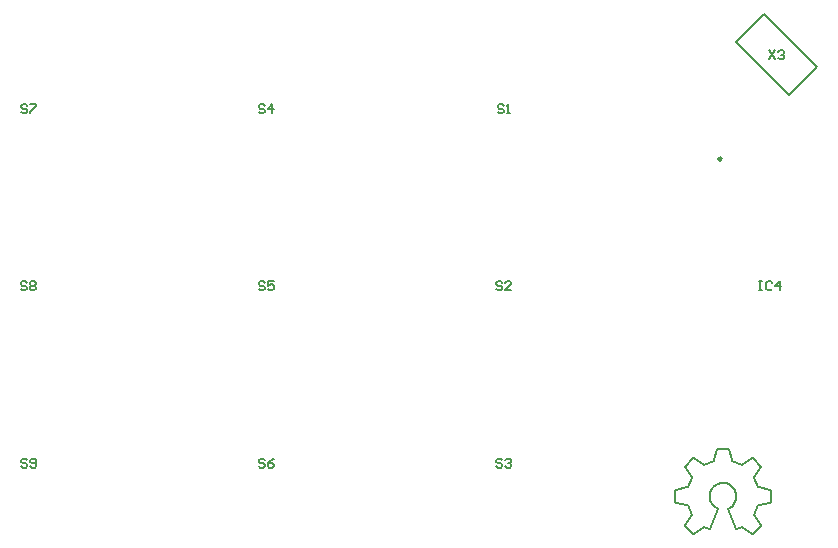
<source format=gto>
G04*
G04 #@! TF.GenerationSoftware,Altium Limited,Altium Designer,19.1.9 (167)*
G04*
G04 Layer_Color=65535*
%FSLAX25Y25*%
%MOIN*%
G70*
G01*
G75*
%ADD10C,0.00600*%
%ADD11C,0.00631*%
%ADD12C,0.00787*%
D10*
X284200Y132800D02*
X283500Y133500D01*
X282800Y132800D01*
X283500Y132100D01*
X284200Y132800D01*
X299900Y169199D02*
X301899Y166200D01*
Y169199D02*
X299900Y166200D01*
X302899Y168699D02*
X303399Y169199D01*
X304398D01*
X304898Y168699D01*
Y168199D01*
X304398Y167700D01*
X303899D01*
X304398D01*
X304898Y167200D01*
Y166700D01*
X304398Y166200D01*
X303399D01*
X302899Y166700D01*
X296400Y92099D02*
X297400D01*
X296900D01*
Y89100D01*
X296400D01*
X297400D01*
X300899Y91599D02*
X300399Y92099D01*
X299399D01*
X298899Y91599D01*
Y89600D01*
X299399Y89100D01*
X300399D01*
X300899Y89600D01*
X303398Y89100D02*
Y92099D01*
X301898Y90600D01*
X303898D01*
X211399Y150599D02*
X210899Y151099D01*
X209900D01*
X209400Y150599D01*
Y150099D01*
X209900Y149600D01*
X210899D01*
X211399Y149100D01*
Y148600D01*
X210899Y148100D01*
X209900D01*
X209400Y148600D01*
X212399Y148100D02*
X213399D01*
X212899D01*
Y151099D01*
X212399Y150599D01*
X210899Y91599D02*
X210400Y92099D01*
X209400D01*
X208900Y91599D01*
Y91099D01*
X209400Y90600D01*
X210400D01*
X210899Y90100D01*
Y89600D01*
X210400Y89100D01*
X209400D01*
X208900Y89600D01*
X213898Y89100D02*
X211899D01*
X213898Y91099D01*
Y91599D01*
X213399Y92099D01*
X212399D01*
X211899Y91599D01*
X210899Y32499D02*
X210400Y32999D01*
X209400D01*
X208900Y32499D01*
Y31999D01*
X209400Y31499D01*
X210400D01*
X210899Y31000D01*
Y30500D01*
X210400Y30000D01*
X209400D01*
X208900Y30500D01*
X211899Y32499D02*
X212399Y32999D01*
X213399D01*
X213898Y32499D01*
Y31999D01*
X213399Y31499D01*
X212899D01*
X213399D01*
X213898Y31000D01*
Y30500D01*
X213399Y30000D01*
X212399D01*
X211899Y30500D01*
X131799Y150599D02*
X131299Y151099D01*
X130300D01*
X129800Y150599D01*
Y150099D01*
X130300Y149600D01*
X131299D01*
X131799Y149100D01*
Y148600D01*
X131299Y148100D01*
X130300D01*
X129800Y148600D01*
X134299Y148100D02*
Y151099D01*
X132799Y149600D01*
X134798D01*
X131799Y91599D02*
X131299Y92099D01*
X130300D01*
X129800Y91599D01*
Y91099D01*
X130300Y90600D01*
X131299D01*
X131799Y90100D01*
Y89600D01*
X131299Y89100D01*
X130300D01*
X129800Y89600D01*
X134798Y92099D02*
X132799D01*
Y90600D01*
X133799Y91099D01*
X134299D01*
X134798Y90600D01*
Y89600D01*
X134299Y89100D01*
X133299D01*
X132799Y89600D01*
X131799Y32499D02*
X131299Y32999D01*
X130300D01*
X129800Y32499D01*
Y31999D01*
X130300Y31499D01*
X131299D01*
X131799Y31000D01*
Y30500D01*
X131299Y30000D01*
X130300D01*
X129800Y30500D01*
X134798Y32999D02*
X133799Y32499D01*
X132799Y31499D01*
Y30500D01*
X133299Y30000D01*
X134299D01*
X134798Y30500D01*
Y31000D01*
X134299Y31499D01*
X132799D01*
X52599Y150599D02*
X52100Y151099D01*
X51100D01*
X50600Y150599D01*
Y150099D01*
X51100Y149600D01*
X52100D01*
X52599Y149100D01*
Y148600D01*
X52100Y148100D01*
X51100D01*
X50600Y148600D01*
X53599Y151099D02*
X55598D01*
Y150599D01*
X53599Y148600D01*
Y148100D01*
X52499Y91599D02*
X51999Y92099D01*
X51000D01*
X50500Y91599D01*
Y91099D01*
X51000Y90600D01*
X51999D01*
X52499Y90100D01*
Y89600D01*
X51999Y89100D01*
X51000D01*
X50500Y89600D01*
X53499Y91599D02*
X53999Y92099D01*
X54999D01*
X55498Y91599D01*
Y91099D01*
X54999Y90600D01*
X55498Y90100D01*
Y89600D01*
X54999Y89100D01*
X53999D01*
X53499Y89600D01*
Y90100D01*
X53999Y90600D01*
X53499Y91099D01*
Y91599D01*
X53999Y90600D02*
X54999D01*
X52599Y32499D02*
X52100Y32999D01*
X51100D01*
X50600Y32499D01*
Y31999D01*
X51100Y31499D01*
X52100D01*
X52599Y31000D01*
Y30500D01*
X52100Y30000D01*
X51100D01*
X50600Y30500D01*
X53599D02*
X54099Y30000D01*
X55099D01*
X55598Y30500D01*
Y32499D01*
X55099Y32999D01*
X54099D01*
X53599Y32499D01*
Y31999D01*
X54099Y31499D01*
X55598D01*
D11*
X271922Y10905D02*
X271936Y10657D01*
X271922Y10905D02*
X271936Y10657D01*
X271936D02*
X271947Y10645D01*
X271936Y10657D02*
X271947Y10645D01*
X274936Y7868D02*
X274950Y7877D01*
X274936Y7868D02*
X274950Y7877D01*
X274691Y7902D02*
X274936Y7868D01*
X274691Y7902D02*
X274936Y7868D01*
X268820Y18358D02*
X268837Y18354D01*
X268820Y18358D02*
X268837Y18354D01*
X274095Y14116D02*
X274114Y14309D01*
X274095Y14116D02*
X274114Y14309D01*
X272794Y17497D02*
X272643Y17620D01*
X272794Y17497D02*
X272643Y17620D01*
X274114Y26682D02*
X274095Y26875D01*
X274114Y26682D02*
X274095Y26875D01*
X272643Y23371D02*
X272794Y23494D01*
X272643Y23371D02*
X272794Y23494D01*
X271914Y30101D02*
X271922Y30086D01*
X271947Y30346D02*
X271914Y30101D01*
X271947Y30346D02*
X271914Y30101D01*
X271922Y30086D01*
X274950Y33114D02*
X274703Y33101D01*
X274691Y33089D01*
X274703Y33101D02*
X274691Y33089D01*
X274950Y33114D02*
X274703Y33101D01*
X280079Y9567D02*
X280083Y9576D01*
X280065Y9543D02*
X280073Y9557D01*
X280065Y9543D02*
X280073Y9557D01*
X279932Y9452D02*
X280065Y9543D01*
X279932Y9452D02*
X280065Y9543D01*
X280079Y9567D02*
X280083Y9576D01*
X279816Y9463D02*
X279826Y9460D01*
X280073Y9557D02*
X280079Y9567D01*
X279826Y9460D02*
X279932Y9452D01*
X279816Y9463D02*
X279826Y9460D01*
Y9460D02*
X279932Y9452D01*
X280073Y9557D02*
X280079Y9567D01*
X278354Y10069D02*
X278161Y10049D01*
X278354Y10069D02*
X278161Y10049D01*
X282774Y16170D02*
X282692Y16409D01*
X282770Y16159D02*
X282774Y16170D01*
X282770Y16159D02*
X282774Y16170D01*
X282692Y16409D02*
X282677Y16417D01*
X282774Y16170D02*
X282692Y16409D01*
X282677Y16417D02*
X282666Y16423D01*
X282677Y16417D02*
X282666Y16423D01*
X282692Y16409D02*
X282677Y16417D01*
X280378Y18831D02*
X280468Y18621D01*
X280378Y18831D02*
X280468Y18621D01*
Y18621D02*
X281019Y17720D01*
X281766Y16974D01*
X282666Y16423D01*
X280468Y18621D02*
X281019Y17720D01*
X281766Y16974D01*
X282666Y16423D01*
X282666Y24568D02*
X282454Y24464D01*
X282454Y24464D02*
X282182Y24309D01*
X282666Y24568D02*
X282454Y24464D01*
X282454Y24464D02*
X282182Y24309D01*
X282877Y24659D02*
X282666Y24568D01*
X282877Y24659D02*
X282666Y24568D01*
X278161Y30942D02*
X278354Y30922D01*
X278161Y30942D02*
X278354Y30922D01*
X282404Y36216D02*
X282400Y36200D01*
X282404Y36216D02*
X282400Y36200D01*
X281543Y32243D02*
X281666Y32394D01*
X281543Y32243D02*
X281666Y32394D01*
X289248Y9457D02*
X289259Y9461D01*
Y9461D02*
X289268Y9464D01*
X289074Y9484D02*
X289232Y9453D01*
X289005Y9565D02*
X289074Y9484D01*
X289232Y9453D02*
X289248Y9457D01*
X289074Y9484D02*
X289232Y9453D01*
X289000Y9574D02*
X289005Y9565D01*
X289259Y9461D02*
X289268Y9464D01*
X289000Y9574D02*
X289005Y9565D01*
X289248Y9457D02*
X289259Y9461D01*
X289005Y9565D02*
X289074Y9484D01*
X289232Y9453D02*
X289248Y9457D01*
X290921Y10049D02*
X290728Y10069D01*
X290921Y10049D02*
X290728Y10069D01*
X286308Y16170D02*
X286312Y16159D01*
X286303Y16186D02*
X286308Y16170D01*
X286416Y16423D02*
X286405Y16418D01*
X286628Y16527D02*
X286900Y16682D01*
X286416Y16423D02*
X286405Y16418D01*
X286416Y16423D02*
X286628Y16527D01*
X286405Y16418D02*
X286303Y16186D01*
X286308Y16170D02*
X286312Y16159D01*
X286628Y16527D02*
X286900Y16682D01*
X286416Y16423D02*
X286628Y16527D01*
X286303Y16186D02*
X286308Y16170D01*
X286405Y16418D02*
X286303Y16186D01*
X288704Y22160D02*
X288614Y22370D01*
X288510Y22582D01*
X288614Y22370D02*
X288510Y22582D01*
X288704Y22160D02*
X288614Y22370D01*
X288510Y22582D02*
X288354Y22855D01*
X288510Y22582D02*
X288354Y22855D01*
X287417Y32394D02*
X287539Y32243D01*
X287417Y32394D02*
X287539Y32243D01*
X290728Y30922D02*
X290921Y30942D01*
X290728Y30922D02*
X290921Y30942D01*
X297168Y10891D02*
X297160Y10905D01*
X297168Y10891D02*
X297160Y10905D01*
X297135Y10645D02*
X297168Y10891D01*
X297135Y10645D02*
X297168Y10891D01*
X294379Y7890D02*
X294391Y7902D01*
X294132Y7877D02*
X294379Y7890D01*
Y7890D02*
X294391Y7902D01*
X294132Y7877D02*
X294379Y7890D01*
X296439Y17620D02*
X296288Y17497D01*
X296439Y17620D02*
X296288Y17497D01*
X294968Y14309D02*
X294987Y14116D01*
X294968Y14309D02*
X294987Y14116D01*
Y26875D02*
X294968Y26682D01*
X294987Y26875D02*
X294968Y26682D01*
X296288Y23494D02*
X296439Y23371D01*
X296288Y23494D02*
X296439Y23371D01*
X297146Y30334D02*
X297135Y30346D01*
X297160Y30086D02*
X297146Y30334D01*
X297160Y30086D02*
X297146Y30334D01*
X297146Y30334D02*
X297135Y30346D01*
X294146Y33123D02*
X294132Y33114D01*
X294391Y33089D02*
X294146Y33123D01*
X294391Y33089D02*
X294146Y33123D01*
X294132Y33114D01*
X282601Y36366D02*
X282404Y36216D01*
X282601Y36366D02*
X282404Y36216D01*
X282182Y24309D02*
X281366Y23662D01*
X280721Y22843D01*
X280283Y21899D01*
X280074Y20878D01*
X280106Y19837D01*
X280378Y18831D01*
X282182Y24309D02*
X281366Y23662D01*
X280721Y22843D01*
X280283Y21899D01*
X280074Y20878D01*
X280106Y19837D01*
X280378Y18831D01*
X286682Y36200D02*
X286498Y36365D01*
X286498D02*
X286481Y36366D01*
X286498Y36365D02*
X286481Y36366D01*
X286682Y36200D02*
X286498Y36365D01*
X286900Y16682D02*
X287716Y17330D01*
X288361Y18148D01*
X288800Y19093D01*
X289008Y20113D01*
X288976Y21154D01*
X288704Y22160D01*
X286900Y16682D02*
X287716Y17330D01*
X288361Y18148D01*
X288800Y19093D01*
X289008Y20113D01*
X288976Y21154D01*
X288704Y22160D01*
X268671Y18556D02*
X268820Y18358D01*
X268671Y18556D02*
X268820Y18358D01*
X268671Y22452D02*
X268671Y22435D01*
X268671Y22452D02*
X268671Y22435D01*
X268837Y22637D02*
X268671Y22452D01*
X268837Y22637D02*
X268671Y22452D01*
X300411Y18539D02*
X300412Y18556D01*
X300245Y18354D02*
X300411Y18539D01*
X300245Y18354D02*
X300411Y18539D01*
X300412Y18556D01*
X300412Y22435D02*
X300262Y22633D01*
X300412Y22435D02*
X300262Y22633D01*
X300245Y22637D01*
X300262Y22633D02*
X300245Y22637D01*
X288354Y22855D02*
X287707Y23671D01*
X286889Y24315D01*
X285944Y24754D01*
X284924Y24963D01*
X283882Y24930D01*
X282877Y24659D01*
X288354Y22855D02*
X287707Y23671D01*
X286889Y24315D01*
X285944Y24754D01*
X284924Y24963D01*
X283882Y24930D01*
X282877Y24659D01*
X271947Y10645D02*
X274691Y7902D01*
X271947Y10645D02*
X274691Y7902D01*
X268837Y18354D02*
X272643Y17620D01*
X268837Y18354D02*
X272643Y17620D01*
X272794Y17497D02*
X274114Y14309D01*
X272794Y17497D02*
X274114Y14309D01*
X272794Y23494D02*
X274114Y26682D01*
X272794Y23494D02*
X274114Y26682D01*
X268837Y22637D02*
X272643Y23371D01*
X268837Y22637D02*
X272643Y23371D01*
X271947Y30346D02*
X274691Y33089D01*
X271947Y30346D02*
X274691Y33089D01*
X279814Y9464D02*
X279816Y9463D01*
X279814Y9464D02*
X279816Y9463D01*
X278354Y10069D02*
X279814Y9464D01*
X278354Y10069D02*
X279814Y9464D01*
X281666Y32394D02*
X282400Y36200D01*
X281666Y32394D02*
X282400Y36200D01*
X278354Y30922D02*
X281543Y32243D01*
X278354Y30922D02*
X281543Y32243D01*
X289000Y9576D02*
X289000Y9574D01*
X289000Y9576D02*
X289000Y9574D01*
X289268Y9464D02*
X290728Y10069D01*
X289268Y9464D02*
X290728Y10069D01*
X286682Y36200D02*
X287417Y32394D01*
X286682Y36200D02*
X287417Y32394D01*
X287539Y32243D02*
X290728Y30922D01*
X287539Y32243D02*
X290728Y30922D01*
X294391Y7902D02*
X297135Y10645D01*
X294391Y7902D02*
X297135Y10645D01*
X294968Y14309D02*
X296288Y17497D01*
X294968Y14309D02*
X296288Y17497D01*
X294968Y26682D02*
X296288Y23494D01*
X294968Y26682D02*
X296288Y23494D01*
X294391Y33089D02*
X297135Y30346D01*
X294391Y33089D02*
X297135Y30346D01*
X271922Y10905D02*
X274095Y14116D01*
X271922Y10905D02*
X274095Y14116D01*
X271922Y30086D02*
X274095Y26875D01*
X271922Y30086D02*
X274095Y26875D01*
X280083Y9576D02*
X282770Y16159D01*
X280083Y9576D02*
X282770Y16159D01*
X286312D02*
X289000Y9576D01*
X286312Y16159D02*
X289000Y9576D01*
X294987Y14116D02*
X297160Y10905D01*
X294987Y14116D02*
X297160Y10905D01*
X294987Y26875D02*
X297160Y30086D01*
X294987Y26875D02*
X297160Y30086D01*
X274950Y7877D02*
X278161Y10049D01*
X274950Y7877D02*
X278161Y10049D01*
X274950Y33114D02*
X278161Y30942D01*
X274950Y33114D02*
X278161Y30942D01*
X290921Y10049D02*
X294132Y7877D01*
X290921Y10049D02*
X294132Y7877D01*
X296439Y17620D02*
X300245Y18354D01*
X296439Y17620D02*
X300245Y18354D01*
X296439Y23371D02*
X300245Y22637D01*
X296439Y23371D02*
X300245Y22637D01*
X290921Y30942D02*
X294132Y33114D01*
X290921Y30942D02*
X294132Y33114D01*
X268671Y18556D02*
Y22435D01*
Y18556D02*
Y22435D01*
X300412Y18556D02*
Y22435D01*
Y18556D02*
Y22435D01*
X282601Y36366D02*
X286481D01*
X282601D02*
X286481D01*
D12*
X288933Y171939D02*
X298125Y181132D01*
X288933Y171939D02*
X306610Y154262D01*
X298125Y181132D02*
X315803Y163454D01*
X306610Y154262D02*
X315803Y163454D01*
M02*

</source>
